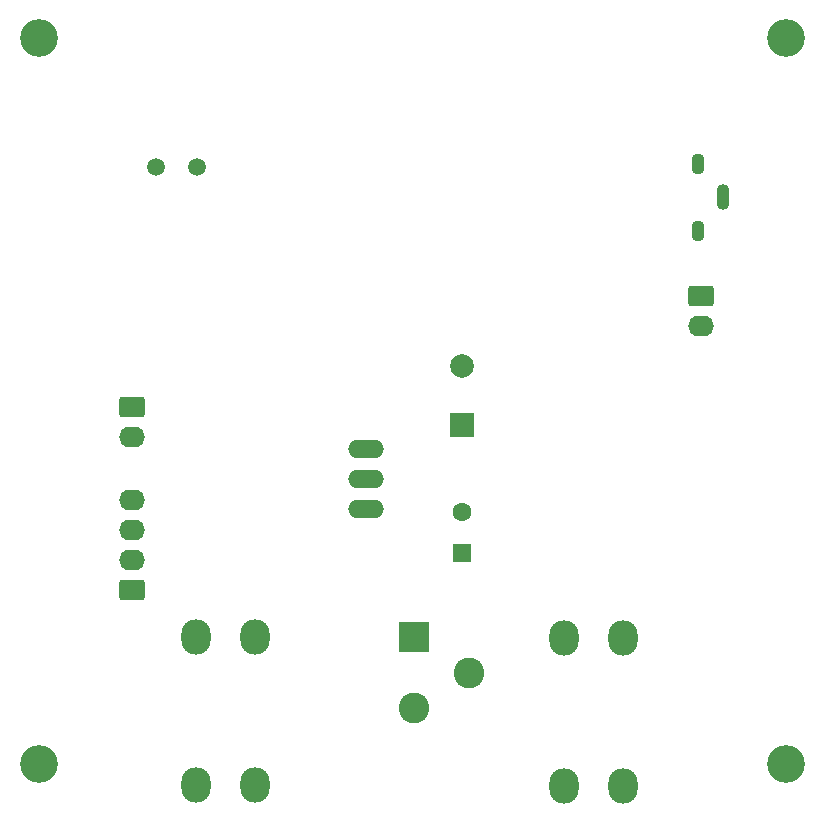
<source format=gbs>
G04 #@! TF.GenerationSoftware,KiCad,Pcbnew,(6.0.10-0)*
G04 #@! TF.CreationDate,2023-03-07T13:43:11-06:00*
G04 #@! TF.ProjectId,v0.0,76302e30-2e6b-4696-9361-645f70636258,rev?*
G04 #@! TF.SameCoordinates,Original*
G04 #@! TF.FileFunction,Soldermask,Bot*
G04 #@! TF.FilePolarity,Negative*
%FSLAX46Y46*%
G04 Gerber Fmt 4.6, Leading zero omitted, Abs format (unit mm)*
G04 Created by KiCad (PCBNEW (6.0.10-0)) date 2023-03-07 13:43:11*
%MOMM*%
%LPD*%
G01*
G04 APERTURE LIST*
G04 Aperture macros list*
%AMRoundRect*
0 Rectangle with rounded corners*
0 $1 Rounding radius*
0 $2 $3 $4 $5 $6 $7 $8 $9 X,Y pos of 4 corners*
0 Add a 4 corners polygon primitive as box body*
4,1,4,$2,$3,$4,$5,$6,$7,$8,$9,$2,$3,0*
0 Add four circle primitives for the rounded corners*
1,1,$1+$1,$2,$3*
1,1,$1+$1,$4,$5*
1,1,$1+$1,$6,$7*
1,1,$1+$1,$8,$9*
0 Add four rect primitives between the rounded corners*
20,1,$1+$1,$2,$3,$4,$5,0*
20,1,$1+$1,$4,$5,$6,$7,0*
20,1,$1+$1,$6,$7,$8,$9,0*
20,1,$1+$1,$8,$9,$2,$3,0*%
G04 Aperture macros list end*
%ADD10RoundRect,0.250000X0.845000X-0.620000X0.845000X0.620000X-0.845000X0.620000X-0.845000X-0.620000X0*%
%ADD11O,2.190000X1.740000*%
%ADD12O,2.500000X3.000000*%
%ADD13R,2.000000X2.000000*%
%ADD14C,2.000000*%
%ADD15C,3.200000*%
%ADD16RoundRect,0.250000X-0.845000X0.620000X-0.845000X-0.620000X0.845000X-0.620000X0.845000X0.620000X0*%
%ADD17R,2.600000X2.600000*%
%ADD18C,2.600000*%
%ADD19O,3.048000X1.524000*%
%ADD20R,1.600000X1.600000*%
%ADD21C,1.600000*%
%ADD22O,1.100000X1.800000*%
%ADD23O,1.100000X2.200000*%
%ADD24C,1.500000*%
G04 APERTURE END LIST*
D10*
X124734000Y-101346000D03*
D11*
X124734000Y-98806000D03*
X124734000Y-96266000D03*
X124734000Y-93726000D03*
D12*
X130208000Y-117810000D03*
X130208000Y-105310000D03*
X135208000Y-117810000D03*
X135208000Y-105310000D03*
D13*
X152654000Y-87376000D03*
D14*
X152654000Y-82376000D03*
D15*
X180086000Y-54610000D03*
D12*
X161330000Y-105372000D03*
X161330000Y-117872000D03*
X166330000Y-105372000D03*
X166330000Y-117872000D03*
D11*
X172954000Y-78994000D03*
D16*
X172954000Y-76454000D03*
D17*
X148602000Y-105306000D03*
D18*
X148602000Y-111306000D03*
X153302000Y-108306000D03*
D19*
X144526000Y-89408000D03*
X144526000Y-94488000D03*
X144526000Y-91948000D03*
D15*
X180086000Y-116078000D03*
X116840000Y-116078000D03*
D20*
X152654000Y-98172651D03*
D21*
X152654000Y-94672651D03*
D11*
X124714000Y-88392000D03*
D16*
X124714000Y-85852000D03*
D15*
X116840000Y-54610000D03*
D22*
X172661000Y-70872000D03*
X172661000Y-65272000D03*
D23*
X174811000Y-68072000D03*
D24*
X126824000Y-65532000D03*
X130224000Y-65532000D03*
M02*

</source>
